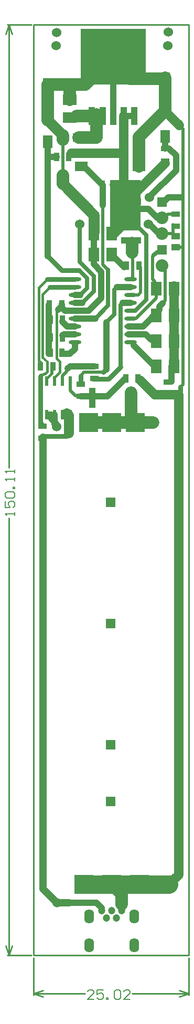
<source format=gtl>
%FSLAX43Y43*%
%MOMM*%
G71*
G01*
G75*
G04 Layer_Physical_Order=1*
G04 Layer_Color=255*
%ADD10R,0.950X1.400*%
%ADD11R,1.600X2.100*%
%ADD12R,1.400X0.950*%
%ADD13R,2.250X1.800*%
%ADD14R,1.050X1.400*%
%ADD15R,2.100X1.600*%
%ADD16R,1.800X2.250*%
%ADD17R,1.800X2.250*%
%ADD18R,1.400X1.050*%
%ADD19R,1.050X3.300*%
%ADD20R,0.600X1.550*%
%ADD21R,10.600X9.000*%
%ADD22R,1.050X2.950*%
%ADD23R,3.300X1.050*%
%ADD24O,2.000X0.600*%
%ADD25R,0.900X1.400*%
%ADD26C,0.500*%
%ADD27C,1.500*%
%ADD28C,0.400*%
%ADD29C,0.800*%
%ADD30C,1.600*%
%ADD31C,1.200*%
%ADD32C,0.700*%
%ADD33C,1.000*%
%ADD34C,0.600*%
%ADD35C,0.300*%
%ADD36C,2.000*%
%ADD37C,3.000*%
%ADD38C,1.800*%
%ADD39R,5.000X8.175*%
%ADD40C,0.254*%
%ADD41C,0.152*%
%ADD42C,1.524*%
%ADD43R,1.524X1.524*%
%ADD44R,1.524X1.524*%
%ADD45C,2.032*%
%ADD46C,1.200*%
%ADD47O,1.600X2.300*%
%ADD48R,3.064X3.064*%
D10*
X1100Y95025D02*
D03*
X3100D02*
D03*
X3699Y128778D02*
D03*
X5699D02*
D03*
X11065Y124333D02*
D03*
X13065D02*
D03*
X15002Y111252D02*
D03*
X17002D02*
D03*
X16875Y93091D02*
D03*
X14875D02*
D03*
X4556Y105029D02*
D03*
X2556D02*
D03*
D11*
X2286Y140540D02*
D03*
Y131240D02*
D03*
X21209Y141429D02*
D03*
Y132129D02*
D03*
D12*
Y130159D02*
D03*
Y128159D02*
D03*
X22900Y119625D02*
D03*
Y117625D02*
D03*
X21700Y90475D02*
D03*
Y92475D02*
D03*
X9779Y95075D02*
D03*
Y93075D02*
D03*
X7620Y92186D02*
D03*
Y90186D02*
D03*
X1450Y85400D02*
D03*
Y83400D02*
D03*
D13*
X5825Y138075D02*
D03*
Y135175D02*
D03*
D14*
X6869Y131953D02*
D03*
X5069D02*
D03*
D15*
X16969Y127254D02*
D03*
X7669D02*
D03*
D16*
X9742Y116459D02*
D03*
X12642D02*
D03*
D17*
Y113030D02*
D03*
X9742D02*
D03*
X19759Y107569D02*
D03*
X22659D02*
D03*
X19759Y103251D02*
D03*
X22659D02*
D03*
X19759Y99060D02*
D03*
X22659D02*
D03*
X19759Y94996D02*
D03*
X22659D02*
D03*
D18*
X22900Y116050D02*
D03*
Y114250D02*
D03*
D19*
X9473Y89916D02*
D03*
X15673D02*
D03*
D20*
X5955Y92650D02*
D03*
X4685D02*
D03*
X3415D02*
D03*
X2145D02*
D03*
X5955Y87250D02*
D03*
X4685D02*
D03*
X3415D02*
D03*
X2145D02*
D03*
D21*
X12827Y144982D02*
D03*
D22*
X16227Y135432D02*
D03*
X14527D02*
D03*
X12827D02*
D03*
X11127D02*
D03*
X9427D02*
D03*
D23*
X15748Y121591D02*
D03*
Y115391D02*
D03*
D24*
X15676Y98933D02*
D03*
Y100203D02*
D03*
Y101473D02*
D03*
Y102743D02*
D03*
Y104013D02*
D03*
Y105283D02*
D03*
Y106553D02*
D03*
Y107823D02*
D03*
Y109093D02*
D03*
X6676Y98933D02*
D03*
Y100203D02*
D03*
Y101473D02*
D03*
Y102743D02*
D03*
Y104013D02*
D03*
Y105283D02*
D03*
Y106553D02*
D03*
Y107823D02*
D03*
Y109093D02*
D03*
D25*
X2700Y97225D02*
D03*
X4600D02*
D03*
X2706Y102539D02*
D03*
X4606D02*
D03*
X2706Y99720D02*
D03*
X4606D02*
D03*
D26*
X24100Y114225D02*
Y133380D01*
X2975Y93950D02*
Y94475D01*
X2145Y92650D02*
Y93120D01*
X3415Y92650D02*
Y93265D01*
X22900Y114250D02*
X24075D01*
Y92075D02*
Y114250D01*
X23725Y91725D02*
X24075Y92075D01*
X17272Y106934D02*
Y110998D01*
X16891Y106553D02*
X17272Y106934D01*
X5955Y91125D02*
Y92650D01*
X5350Y94175D02*
Y94900D01*
X4685Y93510D02*
X5350Y94175D01*
X4685Y92650D02*
Y93510D01*
X5955Y91125D02*
X6780Y90300D01*
X6988D01*
X22275Y94996D02*
X22659D01*
X15295Y98933D02*
X15617D01*
X16125Y98425D01*
X19124Y94996D02*
Y95426D01*
X11192Y111490D02*
Y121027D01*
X20447Y113792D02*
X21082D01*
X16002Y109419D02*
Y113157D01*
X15676Y109093D02*
X16002Y109419D01*
X15875Y113411D02*
X16002Y113157D01*
X19812Y106045D02*
Y107696D01*
X16510Y102743D02*
X19812Y106045D01*
X15295Y102743D02*
X16510D01*
X21209Y110871D02*
X21463Y111125D01*
X6985Y90297D02*
X6988Y90300D01*
X15676Y104013D02*
X16383D01*
X4699Y125889D02*
Y131583D01*
X20193Y116459D02*
X22595D01*
X19939Y118999D02*
X20701D01*
X20844D02*
X21082D01*
X20701D02*
X20844D01*
X20701Y118856D02*
X20844Y118999D01*
X21209Y127762D02*
Y128159D01*
X21701Y119618D02*
X22733D01*
X21082Y118999D02*
X21701Y119618D01*
X22468Y116586D02*
Y117861D01*
X4318Y104521D02*
Y105156D01*
X7653Y127270D02*
X7669Y127254D01*
X21209Y130159D02*
X21860D01*
X12827Y144198D02*
X15596Y141429D01*
X7669Y127254D02*
X8144D01*
X15676Y106553D02*
X16891D01*
X20800Y105200D02*
X21209Y105609D01*
Y110871D01*
X11192Y111490D02*
X12050Y110632D01*
X19177Y109093D02*
X19558Y108712D01*
X19177Y109093D02*
Y112802D01*
X19375Y113000D01*
X7620Y93545D02*
X8150Y94075D01*
X11271D01*
D27*
X21469Y135925D02*
X23565Y133915D01*
X19576Y90424D02*
X23450D01*
Y90375D02*
Y90424D01*
Y13036D02*
Y90375D01*
X21844Y11430D02*
X23450Y13036D01*
X17290Y92710D02*
X19576Y90424D01*
X15748Y120396D02*
Y121337D01*
Y121845D02*
X16002Y121591D01*
X14527Y123066D02*
X15748Y121845D01*
X14527Y123066D02*
Y129413D01*
X15748Y121845D02*
Y122301D01*
X13065Y124333D02*
X15807Y121591D01*
X16002D01*
X15748Y122301D02*
X21209Y127762D01*
X22659Y94996D02*
Y107950D01*
X14527Y129413D02*
Y135432D01*
X6096Y129413D02*
X14527D01*
D28*
X1875Y93875D02*
X2150Y94150D01*
X1659Y93875D02*
X1875D01*
X1459Y93675D02*
X1659Y93875D01*
X1075Y93675D02*
X1459D01*
X1075Y93425D02*
Y93675D01*
X4250Y94100D02*
Y95775D01*
X3675Y96350D02*
X4250Y95775D01*
X3675Y96350D02*
Y103875D01*
X804Y107704D02*
X2193Y109093D01*
X804Y95965D02*
X1100Y95669D01*
X804Y95965D02*
Y107704D01*
X2150Y94150D02*
Y95762D01*
X1454Y96446D02*
Y106679D01*
X2145Y93120D02*
X2975Y93950D01*
X3415Y93265D02*
X4250Y94100D01*
X1454Y106679D02*
X2598Y107823D01*
D29*
X1075Y86000D02*
Y93425D01*
Y86000D02*
X1275Y85800D01*
X2193Y109093D02*
X6676D01*
X23725Y90550D02*
Y91725D01*
X1525Y83650D02*
X1675Y83800D01*
X21209Y136271D02*
X21469Y135925D01*
X5325Y83800D02*
X5650Y84125D01*
Y84275D01*
X1675Y83800D02*
X5325D01*
X2598Y107823D02*
X6676D01*
X1275Y85400D02*
Y85800D01*
X12065Y92964D02*
X14050Y94949D01*
X9525Y92964D02*
X12065D01*
X11271Y94075D02*
X11750Y94554D01*
X2286Y112839D02*
X4600Y110525D01*
X7331D01*
X7620Y92186D02*
Y93545D01*
D30*
X5650Y84275D02*
Y87150D01*
X5650Y84275D02*
X5650Y84275D01*
X5300Y87500D02*
X5650Y87150D01*
D31*
X1525Y10750D02*
Y83650D01*
Y10750D02*
X3766Y8509D01*
X5750D01*
D32*
X7475Y111905D02*
Y117975D01*
X15748Y118618D02*
X18161Y116205D01*
Y109347D02*
Y116205D01*
X14050Y104982D02*
X14351Y105283D01*
X14050Y94949D02*
Y104982D01*
X18161Y105791D02*
Y109347D01*
X16383Y104013D02*
X18161Y105791D01*
X9968Y102743D02*
X12050Y104825D01*
Y110632D01*
X13000Y107361D02*
X13462Y107823D01*
X13000Y103400D02*
Y107361D01*
X11750Y102150D02*
X13000Y103400D01*
X7874Y105283D02*
X9750Y107159D01*
Y109630D01*
X7475Y111905D02*
X9750Y109630D01*
X7493Y106553D02*
X8625Y107685D01*
Y109231D01*
X7331Y110525D02*
X8625Y109231D01*
X19418Y112968D02*
X19899Y113449D01*
X20104D01*
X20447Y113792D01*
D33*
X4675Y102193D02*
Y102300D01*
X2850Y86550D02*
X3600Y85800D01*
Y85475D02*
Y85800D01*
Y85475D02*
X3750Y85325D01*
X14173Y7239D02*
Y8223D01*
X18796Y122174D02*
Y122428D01*
X2450Y87250D02*
X2850D01*
X3415Y85690D02*
Y87250D01*
Y85690D02*
X3750Y85325D01*
X5500Y94700D02*
X5875Y95075D01*
X22275Y92583D02*
Y94996D01*
X10160Y8509D02*
X10973Y7696D01*
X5750Y8509D02*
X10160D01*
X16125Y98425D02*
X19124Y95426D01*
X18987Y99314D02*
X19124D01*
X17002Y92710D02*
X17290D01*
X11192Y121027D02*
Y124206D01*
X3950Y104150D02*
Y104153D01*
X4318Y104521D01*
X6676Y106553D02*
X7493D01*
X6676Y105283D02*
X7874D01*
X12642Y113030D02*
X14674Y110998D01*
X5080Y104013D02*
X6676D01*
X4556Y104537D02*
X5080Y104013D01*
X4556Y104537D02*
Y105029D01*
X6676Y97862D02*
Y98679D01*
X5842Y97028D02*
X6676Y97862D01*
X4850Y97028D02*
X5842D01*
X11902Y90186D02*
X14714Y92998D01*
X7620Y90186D02*
X11902D01*
X17653Y101473D02*
X20320Y104140D01*
X15295Y101473D02*
X17653D01*
X22987Y126619D02*
Y129032D01*
X18796Y122428D02*
X22987Y126619D01*
X21860Y130159D02*
X22987Y129032D01*
X2286Y128778D02*
X3699D01*
X18796Y117856D02*
X20193Y116459D01*
X18542Y120396D02*
X19939Y118999D01*
X15748Y120396D02*
X18542D01*
X20701Y121539D02*
X20955D01*
X21717Y122301D02*
X23675D01*
X20955Y121539D02*
X21717Y122301D01*
X6676Y104013D02*
X8890D01*
X9726Y111506D02*
Y116713D01*
X12827Y144198D02*
Y144982D01*
Y135432D02*
Y144198D01*
X14527Y135432D02*
X16227D01*
X21209Y130159D02*
Y132129D01*
X8144Y127254D02*
X11192Y124206D01*
X14351Y105283D02*
X15676D01*
X13462Y107823D02*
X15676D01*
X2479Y102489D02*
Y104952D01*
Y99695D02*
Y102489D01*
Y97028D02*
Y99695D01*
X4680Y99995D02*
X4887Y100203D01*
X6676D01*
X5395Y101473D02*
X6676D01*
X4675Y102193D02*
X5395Y101473D01*
X15295Y100203D02*
X18098D01*
X18987Y99314D01*
X10973Y7239D02*
Y7696D01*
X20320Y104140D02*
Y104695D01*
X20800Y105175D01*
Y105200D01*
X11750Y94554D02*
Y102150D01*
X6676Y102743D02*
X9968D01*
X8890Y104013D02*
X10950Y106073D01*
Y110282D01*
X9726Y111506D02*
X10950Y110282D01*
X2286Y112839D02*
Y131240D01*
X5875Y95075D02*
X9779D01*
D34*
X1100Y95025D02*
Y95669D01*
D35*
X1460Y96452D02*
X2150Y95762D01*
D36*
X12573Y11430D02*
X14173Y9830D01*
Y8223D02*
Y9830D01*
X14547Y118364D02*
X16002D01*
X12842Y116659D02*
X14547Y118364D01*
X10160Y131953D02*
Y135432D01*
X15748Y86614D02*
Y90805D01*
X5825Y140142D02*
X6223Y140540D01*
X5825Y138075D02*
Y140142D01*
X2286Y140540D02*
X6223D01*
X6961Y135432D02*
X9427D01*
X4699Y131583D02*
Y132323D01*
X2286Y134736D02*
Y140540D01*
X7239Y131953D02*
X10160D01*
X21209Y136271D02*
Y141605D01*
X16969Y132031D02*
X21209Y136271D01*
X16969Y127254D02*
Y132031D01*
X15748Y86614D02*
X16383Y85979D01*
X19304D01*
X12573D02*
X16383D01*
X8890D02*
X12573D01*
X4699Y124460D02*
Y125889D01*
X6223Y140540D02*
X8385D01*
X12827Y144982D01*
X15875Y113411D02*
Y114935D01*
X15596Y141429D02*
X21209D01*
X10160Y135432D02*
Y135636D01*
Y135432D02*
X10364D01*
X9427D02*
X10160D01*
Y135636D02*
X10364Y135432D01*
D37*
X15748Y118618D02*
Y120396D01*
X17069Y11430D02*
X21844D01*
X12573D02*
X17069D01*
X8077D02*
X12573D01*
D38*
X2286Y134736D02*
X4699Y132323D01*
X9726Y116713D02*
Y119433D01*
X4699Y124460D02*
X9726Y119433D01*
D39*
X14825Y121062D02*
D03*
D40*
X-4254Y0D02*
X-381D01*
X-4254Y150114D02*
X-381D01*
X-4000Y0D02*
Y70562D01*
Y78739D02*
Y150114D01*
Y0D02*
X-3492Y1524D01*
X-4508D02*
X-4000Y0D01*
X-4508Y148590D02*
X-4000Y150114D01*
X-3492Y148590D01*
X25019Y-6379D02*
Y-381D01*
X0Y-6379D02*
Y-381D01*
X15937Y-6125D02*
X25019D01*
X0D02*
X8269D01*
X23495Y-5617D02*
X25019Y-6125D01*
X23495Y-6633D02*
X25019Y-6125D01*
X0D02*
X1524Y-6633D01*
X0Y-6125D02*
X1524Y-5617D01*
X0Y0D02*
X25019D01*
Y150114D01*
X0D02*
X25019D01*
X0Y0D02*
Y150114D01*
D41*
X-3086Y70969D02*
Y71477D01*
Y71223D01*
X-4609D01*
X-4355Y70969D01*
X-4609Y73254D02*
Y72238D01*
X-3848D01*
X-4102Y72746D01*
Y73000D01*
X-3848Y73254D01*
X-3340D01*
X-3086Y73000D01*
Y72492D01*
X-3340Y72238D01*
X-4355Y73762D02*
X-4609Y74016D01*
Y74524D01*
X-4355Y74778D01*
X-3340D01*
X-3086Y74524D01*
Y74016D01*
X-3340Y73762D01*
X-4355D01*
X-3086Y75285D02*
X-3340D01*
Y75539D01*
X-3086D01*
Y75285D01*
Y76555D02*
Y77063D01*
Y76809D01*
X-4609D01*
X-4355Y76555D01*
X-3086Y77825D02*
Y78332D01*
Y78078D01*
X-4609D01*
X-4355Y77825D01*
X9691Y-7039D02*
X8675D01*
X9691Y-6023D01*
Y-5770D01*
X9437Y-5516D01*
X8929D01*
X8675Y-5770D01*
X11214Y-5516D02*
X10199D01*
Y-6277D01*
X10707Y-6023D01*
X10960D01*
X11214Y-6277D01*
Y-6785D01*
X10960Y-7039D01*
X10453D01*
X10199Y-6785D01*
X11722Y-7039D02*
Y-6785D01*
X11976D01*
Y-7039D01*
X11722D01*
X12992Y-5770D02*
X13246Y-5516D01*
X13754D01*
X14007Y-5770D01*
Y-6785D01*
X13754Y-7039D01*
X13246D01*
X12992Y-6785D01*
Y-5770D01*
X15531Y-7039D02*
X14515D01*
X15531Y-6023D01*
Y-5770D01*
X15277Y-5516D01*
X14769D01*
X14515Y-5770D01*
D42*
X23350Y134121D02*
D03*
X3775Y8500D02*
D03*
X5650Y84300D02*
D03*
X23450Y90375D02*
D03*
X21650Y146800D02*
D03*
X21750Y148975D02*
D03*
X3700Y148925D02*
D03*
X3600Y146750D02*
D03*
X18669Y122301D02*
D03*
X18542Y117983D02*
D03*
X7475Y117975D02*
D03*
X3750Y85325D02*
D03*
X19304Y85979D02*
D03*
X10160Y131953D02*
D03*
X15875Y113411D02*
D03*
D43*
X12443Y73136D02*
D03*
Y53578D02*
D03*
Y34020D02*
D03*
Y24876D02*
D03*
D44*
X20701Y121539D02*
D03*
Y113792D02*
D03*
D45*
Y118999D02*
D03*
Y116459D02*
D03*
Y111252D02*
D03*
D46*
X14173Y7239D02*
D03*
X13373Y6039D02*
D03*
X12573Y7239D02*
D03*
X11773Y6039D02*
D03*
X10973Y7239D02*
D03*
D47*
X16223Y6339D02*
D03*
X8923D02*
D03*
X16223Y1689D02*
D03*
X8923D02*
D03*
D48*
X8077Y11430D02*
D03*
X12573D02*
D03*
X17069D02*
D03*
X8890Y85979D02*
D03*
X12573D02*
D03*
X16383D02*
D03*
M02*

</source>
